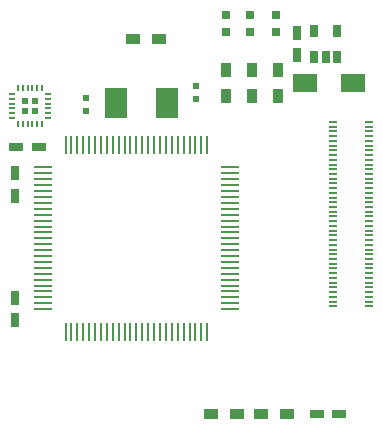
<source format=gtp>
G04 #@! TF.FileFunction,Paste,Top*
%FSLAX46Y46*%
G04 Gerber Fmt 4.6, Leading zero omitted, Abs format (unit mm)*
G04 Created by KiCad (PCBNEW (2015-11-03 BZR 6296)-product) date Sunday, November 08, 2015 'AMt' 09:49:25 AM*
%MOMM*%
G01*
G04 APERTURE LIST*
%ADD10C,0.100000*%
%ADD11R,0.550000X0.200000*%
%ADD12R,0.200000X0.550000*%
%ADD13R,0.525000X0.480000*%
%ADD14R,1.200000X0.750000*%
%ADD15R,0.750000X1.200000*%
%ADD16R,0.797560X0.797560*%
%ADD17R,0.900000X1.200000*%
%ADD18R,1.200000X0.900000*%
%ADD19R,0.280000X1.500000*%
%ADD20R,1.500000X0.280000*%
%ADD21R,1.900000X2.600000*%
%ADD22R,0.700000X0.200000*%
%ADD23R,0.650000X1.060000*%
%ADD24R,0.500000X0.600000*%
%ADD25R,2.000000X1.600000*%
G04 APERTURE END LIST*
D10*
D11*
X131000000Y-97850000D03*
X131000000Y-98250000D03*
X131000000Y-98650000D03*
X131000000Y-99050000D03*
X131000000Y-99450000D03*
X131000000Y-99850000D03*
D12*
X131500000Y-100350000D03*
X131900000Y-100350000D03*
X132300000Y-100350000D03*
X132700000Y-100350000D03*
X133100000Y-100350000D03*
X133500000Y-100350000D03*
D11*
X134000000Y-99850000D03*
X134000000Y-99450000D03*
X134000000Y-99050000D03*
X134000000Y-98650000D03*
X134000000Y-98250000D03*
X134000000Y-97850000D03*
D12*
X133500000Y-97350000D03*
X133100000Y-97350000D03*
X132700000Y-97350000D03*
X132300000Y-97350000D03*
X131900000Y-97350000D03*
X131500000Y-97350000D03*
D13*
X132935000Y-99250000D03*
X132935000Y-98450000D03*
X132065000Y-99250000D03*
X132065000Y-98450000D03*
D14*
X131350000Y-102300000D03*
X133250000Y-102300000D03*
D15*
X131200000Y-104550000D03*
X131200000Y-106450000D03*
X131250000Y-117000000D03*
X131250000Y-115100000D03*
X155070000Y-92640000D03*
X155070000Y-94540000D03*
D16*
X153300000Y-91100000D03*
X153300000Y-92598600D03*
X151150000Y-91100000D03*
X151150000Y-92598600D03*
X149100000Y-91100000D03*
X149100000Y-92598600D03*
D17*
X153450000Y-98000000D03*
X153450000Y-95800000D03*
X151250000Y-98000000D03*
X151250000Y-95800000D03*
X149050000Y-98000000D03*
X149050000Y-95800000D03*
D18*
X141250000Y-93200000D03*
X143450000Y-93200000D03*
D19*
X147500000Y-102150000D03*
X147000000Y-102150000D03*
X146500000Y-102150000D03*
X146000000Y-102150000D03*
X145500000Y-102150000D03*
X145000000Y-102150000D03*
X144500000Y-102150000D03*
X144000000Y-102150000D03*
X143500000Y-102150000D03*
X143000000Y-102150000D03*
X142500000Y-102150000D03*
X142000000Y-102150000D03*
X141500000Y-102150000D03*
X141000000Y-102150000D03*
X140500000Y-102150000D03*
X140000000Y-102150000D03*
X139500000Y-102150000D03*
X139000000Y-102150000D03*
X138500000Y-102150000D03*
X138000000Y-102150000D03*
X137500000Y-102150000D03*
X137000000Y-102150000D03*
X136500000Y-102150000D03*
X136000000Y-102150000D03*
X135500000Y-102150000D03*
D20*
X133600000Y-104050000D03*
X133600000Y-104550000D03*
X133600000Y-105050000D03*
X133600000Y-105550000D03*
X133600000Y-106050000D03*
X133600000Y-106550000D03*
X133600000Y-107050000D03*
X133600000Y-107550000D03*
X133600000Y-108050000D03*
X133600000Y-108550000D03*
X133600000Y-109050000D03*
X133600000Y-109550000D03*
X133600000Y-110050000D03*
X133600000Y-110550000D03*
X133600000Y-111050000D03*
X133600000Y-111550000D03*
X133600000Y-112050000D03*
X133600000Y-112550000D03*
X133600000Y-113050000D03*
X133600000Y-113550000D03*
X133600000Y-114050000D03*
X133600000Y-114550000D03*
X133600000Y-115050000D03*
X133600000Y-115550000D03*
X133600000Y-116050000D03*
D19*
X135500000Y-117950000D03*
X136000000Y-117950000D03*
X136500000Y-117950000D03*
X137000000Y-117950000D03*
X137500000Y-117950000D03*
X138000000Y-117950000D03*
X138500000Y-117950000D03*
X139000000Y-117950000D03*
X139500000Y-117950000D03*
X140000000Y-117950000D03*
X140500000Y-117950000D03*
X141000000Y-117950000D03*
X141500000Y-117950000D03*
X142000000Y-117950000D03*
X142500000Y-117950000D03*
X143000000Y-117950000D03*
X143500000Y-117950000D03*
X144000000Y-117950000D03*
X144500000Y-117950000D03*
X145000000Y-117950000D03*
X145500000Y-117950000D03*
X146000000Y-117950000D03*
X146500000Y-117950000D03*
X147000000Y-117950000D03*
X147500000Y-117950000D03*
D20*
X149400000Y-116050000D03*
X149400000Y-115550000D03*
X149400000Y-115050000D03*
X149400000Y-114550000D03*
X149400000Y-114050000D03*
X149400000Y-113550000D03*
X149400000Y-113050000D03*
X149400000Y-112550000D03*
X149400000Y-112050000D03*
X149400000Y-111550000D03*
X149400000Y-111050000D03*
X149400000Y-110550000D03*
X149400000Y-110050000D03*
X149400000Y-109550000D03*
X149400000Y-109050000D03*
X149400000Y-108550000D03*
X149400000Y-108050000D03*
X149400000Y-107550000D03*
X149400000Y-107050000D03*
X149400000Y-106550000D03*
X149400000Y-106050000D03*
X149400000Y-105550000D03*
X149400000Y-105050000D03*
X149400000Y-104550000D03*
X149400000Y-104050000D03*
D21*
X139800000Y-98600000D03*
X144100000Y-98600000D03*
D14*
X156780000Y-124900000D03*
X158680000Y-124900000D03*
D22*
X161190000Y-100200000D03*
X161190000Y-100600000D03*
X161190000Y-101000000D03*
X161190000Y-101400000D03*
X161190000Y-101800000D03*
X161190000Y-102200000D03*
X161190000Y-102600000D03*
X161190000Y-103000000D03*
X161190000Y-103400000D03*
X161190000Y-103800000D03*
X161190000Y-107800000D03*
X161190000Y-107400000D03*
X161190000Y-107000000D03*
X161190000Y-106600000D03*
X161190000Y-106200000D03*
X161190000Y-105800000D03*
X161190000Y-105400000D03*
X161190000Y-105000000D03*
X161190000Y-104600000D03*
X161190000Y-104200000D03*
X161190000Y-108200000D03*
X161190000Y-108600000D03*
X161190000Y-109000000D03*
X161190000Y-109400000D03*
X161190000Y-109800000D03*
X161190000Y-110200000D03*
X161190000Y-110600000D03*
X161190000Y-111000000D03*
X161190000Y-111400000D03*
X161190000Y-111800000D03*
X161190000Y-115800000D03*
X161190000Y-115400000D03*
X161190000Y-115000000D03*
X161190000Y-114600000D03*
X161190000Y-114200000D03*
X161190000Y-113800000D03*
X161190000Y-113400000D03*
X161190000Y-113000000D03*
X161190000Y-112600000D03*
X161190000Y-112200000D03*
X158110000Y-112200000D03*
X158110000Y-112600000D03*
X158110000Y-113000000D03*
X158110000Y-113400000D03*
X158110000Y-113800000D03*
X158110000Y-114200000D03*
X158110000Y-114600000D03*
X158110000Y-115000000D03*
X158110000Y-115400000D03*
X158110000Y-115800000D03*
X158110000Y-111800000D03*
X158110000Y-111400000D03*
X158110000Y-111000000D03*
X158110000Y-110600000D03*
X158110000Y-110200000D03*
X158110000Y-109800000D03*
X158110000Y-109400000D03*
X158110000Y-109000000D03*
X158110000Y-108600000D03*
X158110000Y-108200000D03*
X158110000Y-104200000D03*
X158110000Y-104600000D03*
X158110000Y-105000000D03*
X158110000Y-105400000D03*
X158110000Y-105800000D03*
X158110000Y-106200000D03*
X158110000Y-106600000D03*
X158110000Y-107000000D03*
X158110000Y-107400000D03*
X158110000Y-107800000D03*
X158110000Y-103800000D03*
X158110000Y-103400000D03*
X158110000Y-103000000D03*
X158110000Y-102600000D03*
X158110000Y-102200000D03*
X158110000Y-101800000D03*
X158110000Y-101400000D03*
X158110000Y-101000000D03*
X158110000Y-100600000D03*
X158110000Y-100200000D03*
D18*
X147860000Y-124950000D03*
X150060000Y-124950000D03*
X154290000Y-124960000D03*
X152090000Y-124960000D03*
D23*
X156580000Y-94660000D03*
X157530000Y-94660000D03*
X158480000Y-94660000D03*
X158480000Y-92460000D03*
X156580000Y-92460000D03*
D24*
X146550000Y-97150000D03*
X146550000Y-98250000D03*
X137200000Y-99250000D03*
X137200000Y-98150000D03*
D25*
X159800000Y-96900000D03*
X155800000Y-96900000D03*
M02*

</source>
